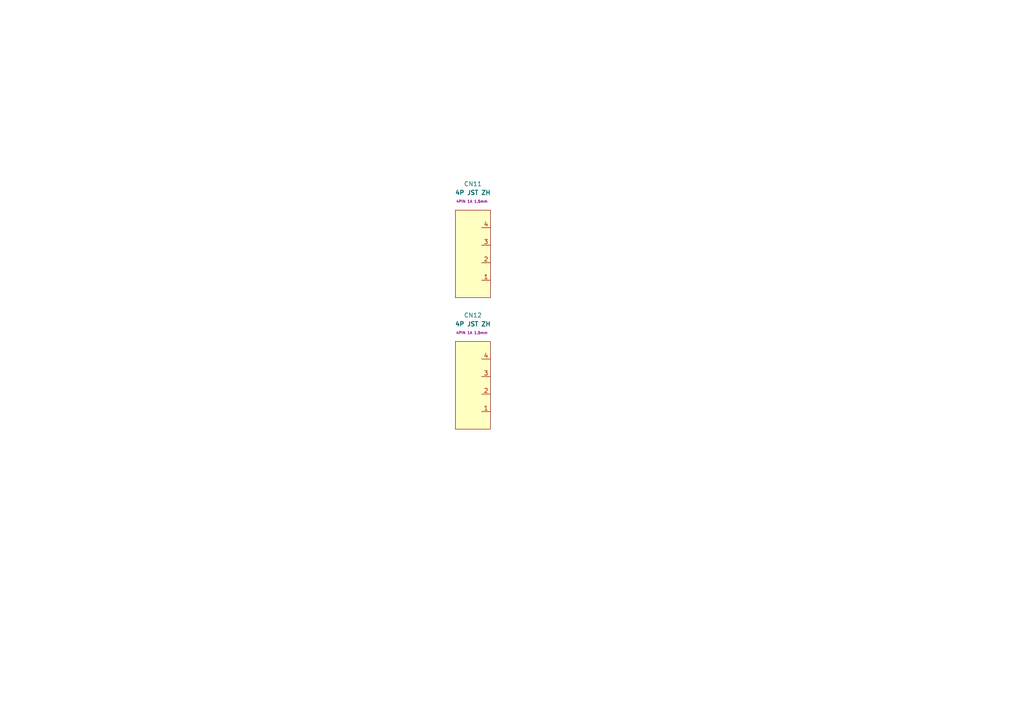
<source format=kicad_sch>
(kicad_sch (version 20231120) (generator "eeschema") (generator_version "8.0")
  (paper "A4")
  (lib_symbols
    (symbol "LiveAstra:JST_ZH_4PIN_1A_50V" (pin_names hide)
      (property "Reference" "CN" (at 0 19.05 0))
      (property "Value" "4P JST ZH" (at 0 16.51 0))
      (property "Extra Values" "4PIN 1A 1.5mm " (at 0 13.97 0))
      (symbol "JST_ZH_4PIN_1A_50V_0_1"
        (rectangle (start -5.08 12.7) (end 5.08 -12.7) (fill (type background)))
      )
      (symbol "JST_ZH_4PIN_1A_50V_1_1"
        (pin passive line (at -5.08 7.62 0) (length 2.54) (name "1") (number "1"))
        (pin passive line (at -5.08 2.54 0) (length 2.54) (name "2") (number "2"))
        (pin passive line (at -5.08 -2.54 0) (length 2.54) (name "3") (number "3"))
        (pin passive line (at -5.08 -7.62 0) (length 2.54) (name "4") (number "4"))
      )
    )
  )
  (symbol (lib_id "LiveAstra:JST_ZH_4PIN_1A_50V") (at 137.16 73.66 180) (unit 1)
    (property "Reference" "CN11" (at 137.16 53.34 0))
    (property "Value" "4P JST ZH" (at 137.16 55.88 0) (effects (font (bold yes))))
    (property "Footprint" "LiveAstra:CONN-TH_B4B-ZR-3.4-LF-SN" (effects (hide yes)))
    (property "Datasheet" "https://lcsc.com/product-detail/ZH-Connectors-1-5mm_JST_B4B-ZR-3-4-LF-SN_ZHsocket-1-4P-pitch1-5mm_C163034.html" (effects (hide yes)))
    (property "LCSC Part" "C163034" (effects (hide yes)))
    (property "Extra Values" "4PIN 1A 1.5mm " (at 137.16 58.42 0) (effects (font (size 0.762 0.762) (bold yes))))
  )
  (symbol (lib_id "LiveAstra:JST_ZH_4PIN_1A_50V") (at 137.16 111.76 180) (unit 1)
    (property "Reference" "CN12" (at 137.16 91.44 0))
    (property "Value" "4P JST ZH" (at 137.16 93.98 0) (effects (font (bold yes))))
    (property "Footprint" "LiveAstra:CONN-TH_B4B-ZR-3.4-LF-SN" (effects (hide yes)))
    (property "Datasheet" "https://lcsc.com/product-detail/ZH-Connectors-1-5mm_JST_B4B-ZR-3-4-LF-SN_ZHsocket-1-4P-pitch1-5mm_C163034.html" (effects (hide yes)))
    (property "LCSC Part" "C163034" (effects (hide yes)))
    (property "Extra Values" "4PIN 1A 1.5mm " (at 137.16 96.52 0) (effects (font (size 0.762 0.762) (bold yes))))
  )
)
</source>
